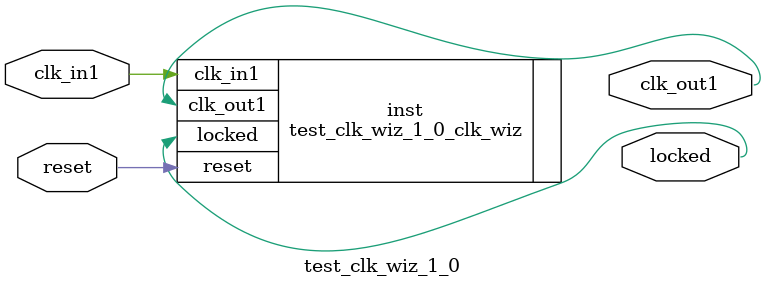
<source format=v>


`timescale 1ps/1ps

(* CORE_GENERATION_INFO = "test_clk_wiz_1_0,clk_wiz_v6_0_4_0_0,{component_name=test_clk_wiz_1_0,use_phase_alignment=true,use_min_o_jitter=false,use_max_i_jitter=false,use_dyn_phase_shift=false,use_inclk_switchover=false,use_dyn_reconfig=false,enable_axi=0,feedback_source=FDBK_AUTO,PRIMITIVE=MMCM,num_out_clk=1,clkin1_period=10.000,clkin2_period=10.000,use_power_down=false,use_reset=true,use_locked=true,use_inclk_stopped=false,feedback_type=SINGLE,CLOCK_MGR_TYPE=NA,manual_override=false}" *)

module test_clk_wiz_1_0 
 (
  // Clock out ports
  output        clk_out1,
  // Status and control signals
  input         reset,
  output        locked,
 // Clock in ports
  input         clk_in1
 );

  test_clk_wiz_1_0_clk_wiz inst
  (
  // Clock out ports  
  .clk_out1(clk_out1),
  // Status and control signals               
  .reset(reset), 
  .locked(locked),
 // Clock in ports
  .clk_in1(clk_in1)
  );

endmodule

</source>
